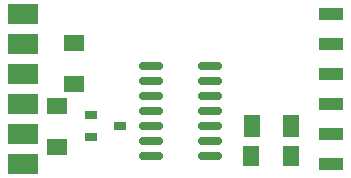
<source format=gbr>
%TF.GenerationSoftware,KiCad,Pcbnew,9.0.0*%
%TF.CreationDate,2025-04-17T14:47:38+05:30*%
%TF.ProjectId,ftdi-updi-auto,66746469-2d75-4706-9469-2d6175746f2e,rev?*%
%TF.SameCoordinates,Original*%
%TF.FileFunction,Paste,Top*%
%TF.FilePolarity,Positive*%
%FSLAX46Y46*%
G04 Gerber Fmt 4.6, Leading zero omitted, Abs format (unit mm)*
G04 Created by KiCad (PCBNEW 9.0.0) date 2025-04-17 14:47:38*
%MOMM*%
%LPD*%
G01*
G04 APERTURE LIST*
G04 Aperture macros list*
%AMRoundRect*
0 Rectangle with rounded corners*
0 $1 Rounding radius*
0 $2 $3 $4 $5 $6 $7 $8 $9 X,Y pos of 4 corners*
0 Add a 4 corners polygon primitive as box body*
4,1,4,$2,$3,$4,$5,$6,$7,$8,$9,$2,$3,0*
0 Add four circle primitives for the rounded corners*
1,1,$1+$1,$2,$3*
1,1,$1+$1,$4,$5*
1,1,$1+$1,$6,$7*
1,1,$1+$1,$8,$9*
0 Add four rect primitives between the rounded corners*
20,1,$1+$1,$2,$3,$4,$5,0*
20,1,$1+$1,$4,$5,$6,$7,0*
20,1,$1+$1,$6,$7,$8,$9,0*
20,1,$1+$1,$8,$9,$2,$3,0*%
G04 Aperture macros list end*
%ADD10R,1.000000X0.700000*%
%ADD11R,1.700000X1.400000*%
%ADD12RoundRect,0.150000X-0.825000X-0.150000X0.825000X-0.150000X0.825000X0.150000X-0.825000X0.150000X0*%
%ADD13R,1.400000X1.700000*%
%ADD14R,2.000000X1.000000*%
%ADD15R,2.500000X1.700000*%
%ADD16R,1.400000X1.900000*%
G04 APERTURE END LIST*
D10*
%TO.C,Q1*%
X95180000Y-62230000D03*
X92780000Y-63180000D03*
X92780000Y-61280000D03*
%TD*%
D11*
%TO.C,R3*%
X91307133Y-55146301D03*
X91307133Y-58646301D03*
%TD*%
D12*
%TO.C,U1*%
X97855000Y-57150000D03*
X97855000Y-58420000D03*
X97855000Y-59690000D03*
X97855000Y-60960000D03*
X97855000Y-62230000D03*
X97855000Y-63500000D03*
X97855000Y-64770000D03*
X102805000Y-64770000D03*
X102805000Y-63500000D03*
X102805000Y-62230000D03*
X102805000Y-60960000D03*
X102805000Y-59690000D03*
X102805000Y-58420000D03*
X102805000Y-57150000D03*
%TD*%
D13*
%TO.C,R1*%
X106250000Y-64770000D03*
X109650000Y-64770000D03*
%TD*%
D11*
%TO.C,R2*%
X89823490Y-64011531D03*
X89823490Y-60511531D03*
%TD*%
D14*
%TO.C,J2*%
X113030000Y-52705000D03*
X113030000Y-55245000D03*
X113030000Y-57785000D03*
X113030000Y-60325000D03*
X113030000Y-62865000D03*
X113030000Y-65405000D03*
%TD*%
D15*
%TO.C,J1*%
X86995000Y-65405000D03*
X86995000Y-62865000D03*
X86995000Y-60325000D03*
X86995000Y-57785000D03*
X86995000Y-55245000D03*
X86995000Y-52705000D03*
%TD*%
D16*
%TO.C,D1*%
X106385882Y-62230984D03*
X109685882Y-62230984D03*
%TD*%
M02*

</source>
